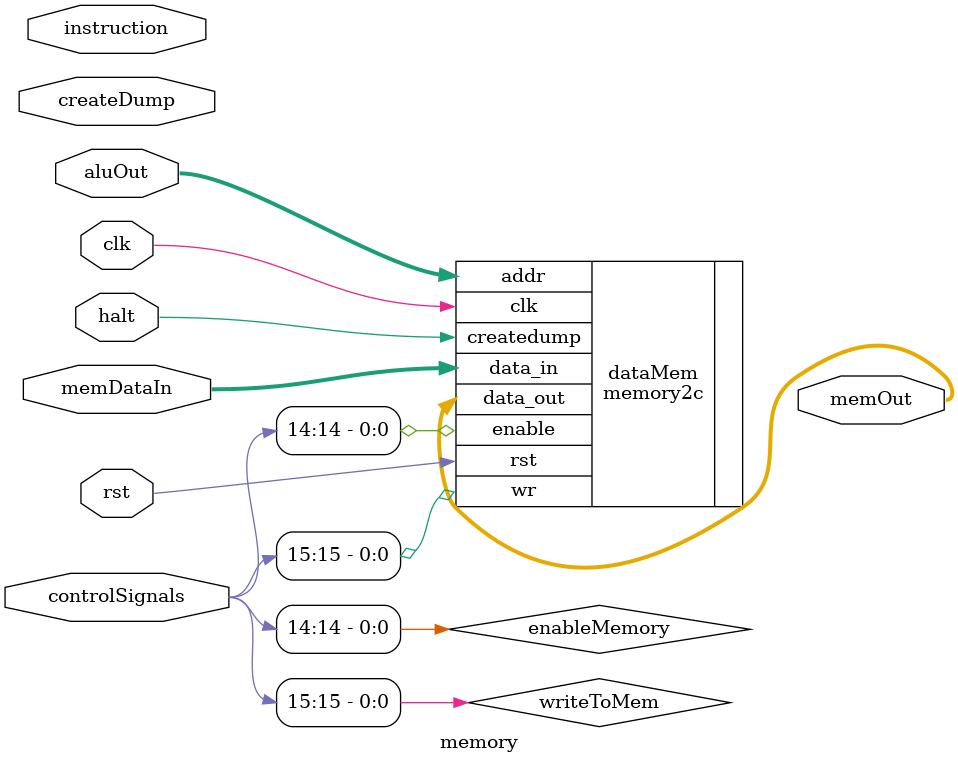
<source format=v>
/**
Data memory
**/
module memory (instruction, aluOut, controlSignals, memDataIn, clk, rst, memOut, halt, createDump);


   input[15:0] instruction, aluOut, memDataIn;
   input[22:0] controlSignals;
   input clk, rst, halt, createDump;
 
   output [15:0] memOut;

   wire enableMemory = controlSignals[14];
   wire writeToMem = controlSignals[15];

   memory2c dataMem(.data_out(memOut), .data_in(memDataIn), .addr(aluOut), .enable(enableMemory), .wr(writeToMem), .createdump(halt), .clk(clk), .rst(rst));
   
endmodule

</source>
